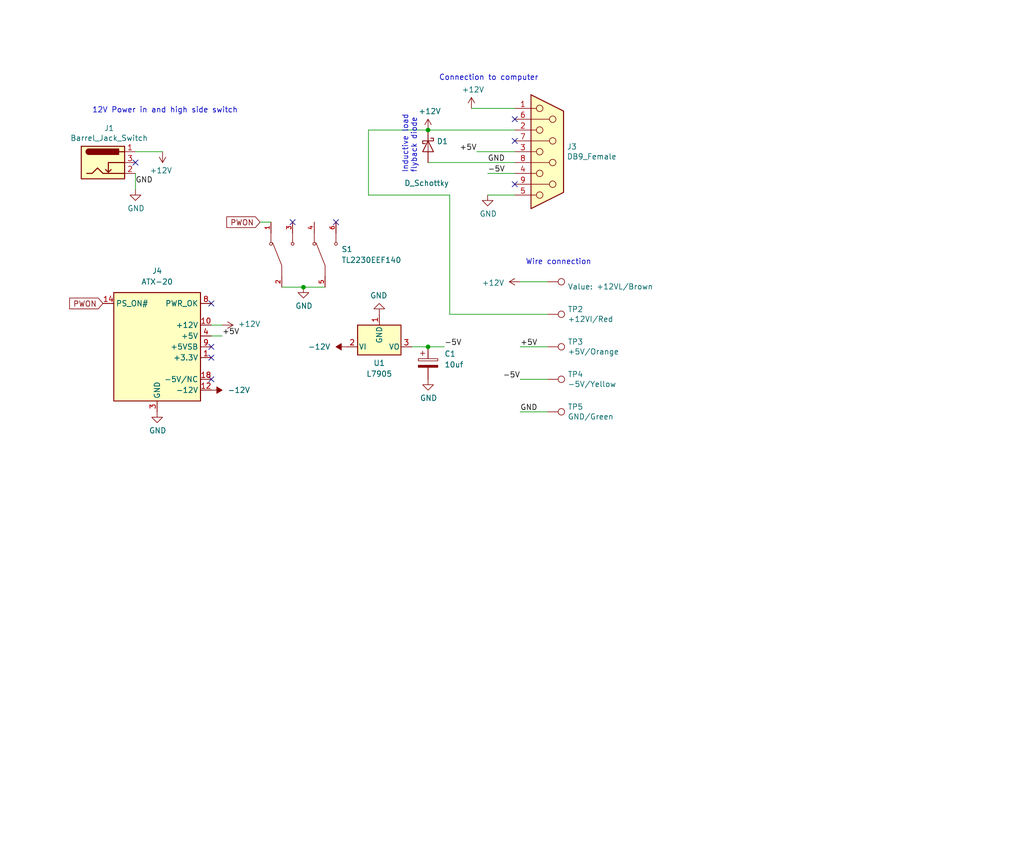
<source format=kicad_sch>
(kicad_sch
	(version 20231120)
	(generator "eeschema")
	(generator_version "8.0")
	(uuid "6475547d-3216-45a4-a15c-48314f1dd0f9")
	(paper "User" 240.005 200.381)
	(title_block
		(title "Adam PicoPSU")
		(date "2025-01-08")
		(rev "1")
		(company "Andrea Ottaviani")
	)
	(lib_symbols
		(symbol "Connector:ATX-20"
			(exclude_from_sim no)
			(in_bom yes)
			(on_board yes)
			(property "Reference" "J"
				(at -8.89 13.97 0)
				(effects
					(font
						(size 1.27 1.27)
					)
				)
			)
			(property "Value" "ATX-20"
				(at 6.35 13.97 0)
				(effects
					(font
						(size 1.27 1.27)
					)
				)
			)
			(property "Footprint" ""
				(at 0 -2.54 0)
				(effects
					(font
						(size 1.27 1.27)
					)
					(hide yes)
				)
			)
			(property "Datasheet" "https://web.aub.edu.lb/pub/docs/atx_201.pdf#page=20"
				(at 27.94 -13.97 0)
				(effects
					(font
						(size 1.27 1.27)
					)
					(hide yes)
				)
			)
			(property "Description" "ATX Power supply 20pins"
				(at 0 0 0)
				(effects
					(font
						(size 1.27 1.27)
					)
					(hide yes)
				)
			)
			(property "ki_keywords" "ATX PSU"
				(at 0 0 0)
				(effects
					(font
						(size 1.27 1.27)
					)
					(hide yes)
				)
			)
			(property "ki_fp_filters" "*Mini?Fit*2x10*Vertical* *Mini?Fit*2x10*Horizontal*"
				(at 0 0 0)
				(effects
					(font
						(size 1.27 1.27)
					)
					(hide yes)
				)
			)
			(symbol "ATX-20_0_1"
				(rectangle
					(start -10.16 12.7)
					(end 10.16 -12.7)
					(stroke
						(width 0.254)
						(type default)
					)
					(fill
						(type background)
					)
				)
			)
			(symbol "ATX-20_1_1"
				(pin power_out line
					(at 12.7 -2.54 180)
					(length 2.54)
					(name "+3.3V"
						(effects
							(font
								(size 1.27 1.27)
							)
						)
					)
					(number "1"
						(effects
							(font
								(size 1.27 1.27)
							)
						)
					)
				)
				(pin power_out line
					(at 12.7 5.08 180)
					(length 2.54)
					(name "+12V"
						(effects
							(font
								(size 1.27 1.27)
							)
						)
					)
					(number "10"
						(effects
							(font
								(size 1.27 1.27)
							)
						)
					)
				)
				(pin passive line
					(at 12.7 -2.54 180)
					(length 2.54) hide
					(name "+3.3V"
						(effects
							(font
								(size 1.27 1.27)
							)
						)
					)
					(number "11"
						(effects
							(font
								(size 1.27 1.27)
							)
						)
					)
				)
				(pin power_out line
					(at 12.7 -10.16 180)
					(length 2.54)
					(name "-12V"
						(effects
							(font
								(size 1.27 1.27)
							)
						)
					)
					(number "12"
						(effects
							(font
								(size 1.27 1.27)
							)
						)
					)
				)
				(pin passive line
					(at 0 -15.24 90)
					(length 2.54) hide
					(name "GND"
						(effects
							(font
								(size 1.27 1.27)
							)
						)
					)
					(number "13"
						(effects
							(font
								(size 1.27 1.27)
							)
						)
					)
				)
				(pin open_collector line
					(at -12.7 10.16 0)
					(length 2.54)
					(name "PS_ON#"
						(effects
							(font
								(size 1.27 1.27)
							)
						)
					)
					(number "14"
						(effects
							(font
								(size 1.27 1.27)
							)
						)
					)
				)
				(pin passive line
					(at 0 -15.24 90)
					(length 2.54) hide
					(name "GND"
						(effects
							(font
								(size 1.27 1.27)
							)
						)
					)
					(number "15"
						(effects
							(font
								(size 1.27 1.27)
							)
						)
					)
				)
				(pin passive line
					(at 0 -15.24 90)
					(length 2.54) hide
					(name "GND"
						(effects
							(font
								(size 1.27 1.27)
							)
						)
					)
					(number "16"
						(effects
							(font
								(size 1.27 1.27)
							)
						)
					)
				)
				(pin passive line
					(at 0 -15.24 90)
					(length 2.54) hide
					(name "GND"
						(effects
							(font
								(size 1.27 1.27)
							)
						)
					)
					(number "17"
						(effects
							(font
								(size 1.27 1.27)
							)
						)
					)
				)
				(pin power_out line
					(at 12.7 -7.62 180)
					(length 2.54)
					(name "-5V/NC"
						(effects
							(font
								(size 1.27 1.27)
							)
						)
					)
					(number "18"
						(effects
							(font
								(size 1.27 1.27)
							)
						)
					)
				)
				(pin passive line
					(at 12.7 2.54 180)
					(length 2.54) hide
					(name "+5V"
						(effects
							(font
								(size 1.27 1.27)
							)
						)
					)
					(number "19"
						(effects
							(font
								(size 1.27 1.27)
							)
						)
					)
				)
				(pin passive line
					(at 12.7 -2.54 180)
					(length 2.54) hide
					(name "+3.3V"
						(effects
							(font
								(size 1.27 1.27)
							)
						)
					)
					(number "2"
						(effects
							(font
								(size 1.27 1.27)
							)
						)
					)
				)
				(pin passive line
					(at 12.7 2.54 180)
					(length 2.54) hide
					(name "+5V"
						(effects
							(font
								(size 1.27 1.27)
							)
						)
					)
					(number "20"
						(effects
							(font
								(size 1.27 1.27)
							)
						)
					)
				)
				(pin power_out line
					(at 0 -15.24 90)
					(length 2.54)
					(name "GND"
						(effects
							(font
								(size 1.27 1.27)
							)
						)
					)
					(number "3"
						(effects
							(font
								(size 1.27 1.27)
							)
						)
					)
				)
				(pin power_out line
					(at 12.7 2.54 180)
					(length 2.54)
					(name "+5V"
						(effects
							(font
								(size 1.27 1.27)
							)
						)
					)
					(number "4"
						(effects
							(font
								(size 1.27 1.27)
							)
						)
					)
				)
				(pin passive line
					(at 0 -15.24 90)
					(length 2.54) hide
					(name "GND"
						(effects
							(font
								(size 1.27 1.27)
							)
						)
					)
					(number "5"
						(effects
							(font
								(size 1.27 1.27)
							)
						)
					)
				)
				(pin passive line
					(at 12.7 2.54 180)
					(length 2.54) hide
					(name "+5V"
						(effects
							(font
								(size 1.27 1.27)
							)
						)
					)
					(number "6"
						(effects
							(font
								(size 1.27 1.27)
							)
						)
					)
				)
				(pin passive line
					(at 0 -15.24 90)
					(length 2.54) hide
					(name "GND"
						(effects
							(font
								(size 1.27 1.27)
							)
						)
					)
					(number "7"
						(effects
							(font
								(size 1.27 1.27)
							)
						)
					)
				)
				(pin output line
					(at 12.7 10.16 180)
					(length 2.54)
					(name "PWR_OK"
						(effects
							(font
								(size 1.27 1.27)
							)
						)
					)
					(number "8"
						(effects
							(font
								(size 1.27 1.27)
							)
						)
					)
				)
				(pin power_out line
					(at 12.7 0 180)
					(length 2.54)
					(name "+5VSB"
						(effects
							(font
								(size 1.27 1.27)
							)
						)
					)
					(number "9"
						(effects
							(font
								(size 1.27 1.27)
							)
						)
					)
				)
			)
		)
		(symbol "Connector:TestPoint"
			(pin_numbers hide)
			(pin_names
				(offset 0.762) hide)
			(exclude_from_sim no)
			(in_bom yes)
			(on_board yes)
			(property "Reference" "TP"
				(at 0 6.858 0)
				(effects
					(font
						(size 1.27 1.27)
					)
				)
			)
			(property "Value" "TestPoint"
				(at 0 5.08 0)
				(effects
					(font
						(size 1.27 1.27)
					)
				)
			)
			(property "Footprint" ""
				(at 5.08 0 0)
				(effects
					(font
						(size 1.27 1.27)
					)
					(hide yes)
				)
			)
			(property "Datasheet" "~"
				(at 5.08 0 0)
				(effects
					(font
						(size 1.27 1.27)
					)
					(hide yes)
				)
			)
			(property "Description" "test point"
				(at 0 0 0)
				(effects
					(font
						(size 1.27 1.27)
					)
					(hide yes)
				)
			)
			(property "ki_keywords" "test point tp"
				(at 0 0 0)
				(effects
					(font
						(size 1.27 1.27)
					)
					(hide yes)
				)
			)
			(property "ki_fp_filters" "Pin* Test*"
				(at 0 0 0)
				(effects
					(font
						(size 1.27 1.27)
					)
					(hide yes)
				)
			)
			(symbol "TestPoint_0_1"
				(circle
					(center 0 3.302)
					(radius 0.762)
					(stroke
						(width 0)
						(type default)
					)
					(fill
						(type none)
					)
				)
			)
			(symbol "TestPoint_1_1"
				(pin passive line
					(at 0 0 90)
					(length 2.54)
					(name "1"
						(effects
							(font
								(size 1.27 1.27)
							)
						)
					)
					(number "1"
						(effects
							(font
								(size 1.27 1.27)
							)
						)
					)
				)
			)
		)
		(symbol "Device:C_Polarized"
			(pin_numbers hide)
			(pin_names
				(offset 0.254)
			)
			(exclude_from_sim no)
			(in_bom yes)
			(on_board yes)
			(property "Reference" "C"
				(at 0.635 2.54 0)
				(effects
					(font
						(size 1.27 1.27)
					)
					(justify left)
				)
			)
			(property "Value" "C_Polarized"
				(at 0.635 -2.54 0)
				(effects
					(font
						(size 1.27 1.27)
					)
					(justify left)
				)
			)
			(property "Footprint" ""
				(at 0.9652 -3.81 0)
				(effects
					(font
						(size 1.27 1.27)
					)
					(hide yes)
				)
			)
			(property "Datasheet" "~"
				(at 0 0 0)
				(effects
					(font
						(size 1.27 1.27)
					)
					(hide yes)
				)
			)
			(property "Description" "Polarized capacitor"
				(at 0 0 0)
				(effects
					(font
						(size 1.27 1.27)
					)
					(hide yes)
				)
			)
			(property "ki_keywords" "cap capacitor"
				(at 0 0 0)
				(effects
					(font
						(size 1.27 1.27)
					)
					(hide yes)
				)
			)
			(property "ki_fp_filters" "CP_*"
				(at 0 0 0)
				(effects
					(font
						(size 1.27 1.27)
					)
					(hide yes)
				)
			)
			(symbol "C_Polarized_0_1"
				(rectangle
					(start -2.286 0.508)
					(end 2.286 1.016)
					(stroke
						(width 0)
						(type default)
					)
					(fill
						(type none)
					)
				)
				(polyline
					(pts
						(xy -1.778 2.286) (xy -0.762 2.286)
					)
					(stroke
						(width 0)
						(type default)
					)
					(fill
						(type none)
					)
				)
				(polyline
					(pts
						(xy -1.27 2.794) (xy -1.27 1.778)
					)
					(stroke
						(width 0)
						(type default)
					)
					(fill
						(type none)
					)
				)
				(rectangle
					(start 2.286 -0.508)
					(end -2.286 -1.016)
					(stroke
						(width 0)
						(type default)
					)
					(fill
						(type outline)
					)
				)
			)
			(symbol "C_Polarized_1_1"
				(pin passive line
					(at 0 3.81 270)
					(length 2.794)
					(name "~"
						(effects
							(font
								(size 1.27 1.27)
							)
						)
					)
					(number "1"
						(effects
							(font
								(size 1.27 1.27)
							)
						)
					)
				)
				(pin passive line
					(at 0 -3.81 90)
					(length 2.794)
					(name "~"
						(effects
							(font
								(size 1.27 1.27)
							)
						)
					)
					(number "2"
						(effects
							(font
								(size 1.27 1.27)
							)
						)
					)
				)
			)
		)
		(symbol "Regulator_Linear:L7905"
			(pin_names
				(offset 0.254)
			)
			(exclude_from_sim no)
			(in_bom yes)
			(on_board yes)
			(property "Reference" "U"
				(at -3.81 -3.175 0)
				(effects
					(font
						(size 1.27 1.27)
					)
				)
			)
			(property "Value" "L7905"
				(at 0 -3.175 0)
				(effects
					(font
						(size 1.27 1.27)
					)
					(justify left)
				)
			)
			(property "Footprint" ""
				(at 0 -5.08 0)
				(effects
					(font
						(size 1.27 1.27)
						(italic yes)
					)
					(hide yes)
				)
			)
			(property "Datasheet" "http://www.st.com/content/ccc/resource/technical/document/datasheet/c9/16/86/41/c7/2b/45/f2/CD00000450.pdf/files/CD00000450.pdf/jcr:content/translations/en.CD00000450.pdf"
				(at 0 0 0)
				(effects
					(font
						(size 1.27 1.27)
					)
					(hide yes)
				)
			)
			(property "Description" "Negative 1.5A 35V Linear Regulator, Fixed Output -5V, TO-220/TO-263"
				(at 0 0 0)
				(effects
					(font
						(size 1.27 1.27)
					)
					(hide yes)
				)
			)
			(property "ki_keywords" "Voltage Regulator 1.5A Negative"
				(at 0 0 0)
				(effects
					(font
						(size 1.27 1.27)
					)
					(hide yes)
				)
			)
			(property "ki_fp_filters" "TO?220* TO?263*"
				(at 0 0 0)
				(effects
					(font
						(size 1.27 1.27)
					)
					(hide yes)
				)
			)
			(symbol "L7905_0_1"
				(rectangle
					(start -5.08 5.08)
					(end 5.08 -1.905)
					(stroke
						(width 0.254)
						(type default)
					)
					(fill
						(type background)
					)
				)
			)
			(symbol "L7905_1_1"
				(pin power_in line
					(at 0 7.62 270)
					(length 2.54)
					(name "GND"
						(effects
							(font
								(size 1.27 1.27)
							)
						)
					)
					(number "1"
						(effects
							(font
								(size 1.27 1.27)
							)
						)
					)
				)
				(pin power_in line
					(at -7.62 0 0)
					(length 2.54)
					(name "VI"
						(effects
							(font
								(size 1.27 1.27)
							)
						)
					)
					(number "2"
						(effects
							(font
								(size 1.27 1.27)
							)
						)
					)
				)
				(pin power_out line
					(at 7.62 0 180)
					(length 2.54)
					(name "VO"
						(effects
							(font
								(size 1.27 1.27)
							)
						)
					)
					(number "3"
						(effects
							(font
								(size 1.27 1.27)
							)
						)
					)
				)
			)
		)
		(symbol "TL2230EEF140:TL2230EEF140"
			(pin_names
				(offset 1.016)
			)
			(exclude_from_sim no)
			(in_bom yes)
			(on_board yes)
			(property "Reference" "S"
				(at -2.54 10.16 0)
				(effects
					(font
						(size 1.27 1.27)
					)
					(justify left bottom)
				)
			)
			(property "Value" "TL2230EEF140"
				(at -2.54 -10.16 0)
				(effects
					(font
						(size 1.27 1.27)
					)
					(justify left top)
				)
			)
			(property "Footprint" "TL2230EEF140:SW_TL2230EEF140"
				(at 0 0 0)
				(effects
					(font
						(size 1.27 1.27)
					)
					(justify bottom)
					(hide yes)
				)
			)
			(property "Datasheet" ""
				(at 0 0 0)
				(effects
					(font
						(size 1.27 1.27)
					)
					(hide yes)
				)
			)
			(property "Description" ""
				(at 0 0 0)
				(effects
					(font
						(size 1.27 1.27)
					)
					(hide yes)
				)
			)
			(property "PARTREV" "E"
				(at 0 0 0)
				(effects
					(font
						(size 1.27 1.27)
					)
					(justify bottom)
					(hide yes)
				)
			)
			(property "SNAPEDA_PN" "TL2230EEF140"
				(at 0 0 0)
				(effects
					(font
						(size 1.27 1.27)
					)
					(justify bottom)
					(hide yes)
				)
			)
			(property "STANDARD" "Manufacturer Recommendations"
				(at 0 0 0)
				(effects
					(font
						(size 1.27 1.27)
					)
					(justify bottom)
					(hide yes)
				)
			)
			(property "MAXIMUM_PACKAGE_HEIGHT" "12.5 mm"
				(at 0 0 0)
				(effects
					(font
						(size 1.27 1.27)
					)
					(justify bottom)
					(hide yes)
				)
			)
			(property "MANUFACTURER" "E-Switch"
				(at 0 0 0)
				(effects
					(font
						(size 1.27 1.27)
					)
					(justify bottom)
					(hide yes)
				)
			)
			(symbol "TL2230EEF140_0_0"
				(polyline
					(pts
						(xy -2.54 -5.08) (xy -5.08 -5.08)
					)
					(stroke
						(width 0.1524)
						(type default)
					)
					(fill
						(type none)
					)
				)
				(polyline
					(pts
						(xy -2.54 -5.08) (xy 2.794 -2.9464)
					)
					(stroke
						(width 0.1524)
						(type default)
					)
					(fill
						(type none)
					)
				)
				(polyline
					(pts
						(xy -2.54 5.08) (xy -5.08 5.08)
					)
					(stroke
						(width 0.1524)
						(type default)
					)
					(fill
						(type none)
					)
				)
				(polyline
					(pts
						(xy -2.54 5.08) (xy 2.794 7.2136)
					)
					(stroke
						(width 0.1524)
						(type default)
					)
					(fill
						(type none)
					)
				)
				(polyline
					(pts
						(xy 5.08 -7.62) (xy 2.921 -7.62)
					)
					(stroke
						(width 0.1524)
						(type default)
					)
					(fill
						(type none)
					)
				)
				(polyline
					(pts
						(xy 5.08 -2.54) (xy 2.921 -2.54)
					)
					(stroke
						(width 0.1524)
						(type default)
					)
					(fill
						(type none)
					)
				)
				(polyline
					(pts
						(xy 5.08 2.54) (xy 2.921 2.54)
					)
					(stroke
						(width 0.1524)
						(type default)
					)
					(fill
						(type none)
					)
				)
				(polyline
					(pts
						(xy 5.08 7.62) (xy 2.921 7.62)
					)
					(stroke
						(width 0.1524)
						(type default)
					)
					(fill
						(type none)
					)
				)
				(circle
					(center 2.54 -7.62)
					(radius 0.3302)
					(stroke
						(width 0.1524)
						(type default)
					)
					(fill
						(type none)
					)
				)
				(circle
					(center 2.54 -2.54)
					(radius 0.3302)
					(stroke
						(width 0.1524)
						(type default)
					)
					(fill
						(type none)
					)
				)
				(circle
					(center 2.54 2.54)
					(radius 0.3302)
					(stroke
						(width 0.1524)
						(type default)
					)
					(fill
						(type none)
					)
				)
				(circle
					(center 2.54 7.62)
					(radius 0.3302)
					(stroke
						(width 0.1524)
						(type default)
					)
					(fill
						(type none)
					)
				)
				(pin passive line
					(at 7.62 7.62 180)
					(length 2.54)
					(name "~"
						(effects
							(font
								(size 1.016 1.016)
							)
						)
					)
					(number "1"
						(effects
							(font
								(size 1.016 1.016)
							)
						)
					)
				)
				(pin passive line
					(at -7.62 5.08 0)
					(length 2.54)
					(name "~"
						(effects
							(font
								(size 1.016 1.016)
							)
						)
					)
					(number "2"
						(effects
							(font
								(size 1.016 1.016)
							)
						)
					)
				)
				(pin passive line
					(at 7.62 2.54 180)
					(length 2.54)
					(name "~"
						(effects
							(font
								(size 1.016 1.016)
							)
						)
					)
					(number "3"
						(effects
							(font
								(size 1.016 1.016)
							)
						)
					)
				)
				(pin passive line
					(at 7.62 -2.54 180)
					(length 2.54)
					(name "~"
						(effects
							(font
								(size 1.016 1.016)
							)
						)
					)
					(number "4"
						(effects
							(font
								(size 1.016 1.016)
							)
						)
					)
				)
				(pin passive line
					(at -7.62 -5.08 0)
					(length 2.54)
					(name "~"
						(effects
							(font
								(size 1.016 1.016)
							)
						)
					)
					(number "5"
						(effects
							(font
								(size 1.016 1.016)
							)
						)
					)
				)
				(pin passive line
					(at 7.62 -7.62 180)
					(length 2.54)
					(name "~"
						(effects
							(font
								(size 1.016 1.016)
							)
						)
					)
					(number "6"
						(effects
							(font
								(size 1.016 1.016)
							)
						)
					)
				)
			)
		)
		(symbol "adampsu-rescue:+12V-power"
			(power)
			(pin_names
				(offset 0)
			)
			(exclude_from_sim no)
			(in_bom yes)
			(on_board yes)
			(property "Reference" "#PWR"
				(at 0 -3.81 0)
				(effects
					(font
						(size 1.27 1.27)
					)
					(hide yes)
				)
			)
			(property "Value" "+12V-power"
				(at 0 3.556 0)
				(effects
					(font
						(size 1.27 1.27)
					)
				)
			)
			(property "Footprint" ""
				(at 0 0 0)
				(effects
					(font
						(size 1.27 1.27)
					)
					(hide yes)
				)
			)
			(property "Datasheet" ""
				(at 0 0 0)
				(effects
					(font
						(size 1.27 1.27)
					)
					(hide yes)
				)
			)
			(property "Description" ""
				(at 0 0 0)
				(effects
					(font
						(size 1.27 1.27)
					)
					(hide yes)
				)
			)
			(symbol "+12V-power_0_1"
				(polyline
					(pts
						(xy -0.762 1.27) (xy 0 2.54)
					)
					(stroke
						(width 0)
						(type solid)
					)
					(fill
						(type none)
					)
				)
				(polyline
					(pts
						(xy 0 0) (xy 0 2.54)
					)
					(stroke
						(width 0)
						(type solid)
					)
					(fill
						(type none)
					)
				)
				(polyline
					(pts
						(xy 0 2.54) (xy 0.762 1.27)
					)
					(stroke
						(width 0)
						(type solid)
					)
					(fill
						(type none)
					)
				)
			)
			(symbol "+12V-power_1_1"
				(pin power_in line
					(at 0 0 90)
					(length 0) hide
					(name "+12V"
						(effects
							(font
								(size 1.27 1.27)
							)
						)
					)
					(number "1"
						(effects
							(font
								(size 1.27 1.27)
							)
						)
					)
				)
			)
		)
		(symbol "adampsu-rescue:B240-Diode"
			(pin_numbers hide)
			(pin_names
				(offset 1.016) hide)
			(exclude_from_sim no)
			(in_bom yes)
			(on_board yes)
			(property "Reference" "D"
				(at 0 2.54 0)
				(effects
					(font
						(size 1.27 1.27)
					)
				)
			)
			(property "Value" "B240-Diode"
				(at 0 -2.54 0)
				(effects
					(font
						(size 1.27 1.27)
					)
				)
			)
			(property "Footprint" "Diode_SMD:D_SMB"
				(at 0 -4.445 0)
				(effects
					(font
						(size 1.27 1.27)
					)
					(hide yes)
				)
			)
			(property "Datasheet" ""
				(at 0 0 0)
				(effects
					(font
						(size 1.27 1.27)
					)
					(hide yes)
				)
			)
			(property "Description" ""
				(at 0 0 0)
				(effects
					(font
						(size 1.27 1.27)
					)
					(hide yes)
				)
			)
			(property "ki_fp_filters" "D*SMB*"
				(at 0 0 0)
				(effects
					(font
						(size 1.27 1.27)
					)
					(hide yes)
				)
			)
			(symbol "B240-Diode_0_1"
				(polyline
					(pts
						(xy 1.27 0) (xy -1.27 0)
					)
					(stroke
						(width 0)
						(type solid)
					)
					(fill
						(type none)
					)
				)
				(polyline
					(pts
						(xy 1.27 1.27) (xy 1.27 -1.27) (xy -1.27 0) (xy 1.27 1.27)
					)
					(stroke
						(width 0.2032)
						(type solid)
					)
					(fill
						(type none)
					)
				)
				(polyline
					(pts
						(xy -1.905 0.635) (xy -1.905 1.27) (xy -1.27 1.27) (xy -1.27 -1.27) (xy -0.635 -1.27) (xy -0.635 -0.635)
					)
					(stroke
						(width 0.2032)
						(type solid)
					)
					(fill
						(type none)
					)
				)
			)
			(symbol "B240-Diode_1_1"
				(pin passive line
					(at -3.81 0 0)
					(length 2.54)
					(name "K"
						(effects
							(font
								(size 1.27 1.27)
							)
						)
					)
					(number "1"
						(effects
							(font
								(size 1.27 1.27)
							)
						)
					)
				)
				(pin passive line
					(at 3.81 0 180)
					(length 2.54)
					(name "A"
						(effects
							(font
								(size 1.27 1.27)
							)
						)
					)
					(number "2"
						(effects
							(font
								(size 1.27 1.27)
							)
						)
					)
				)
			)
		)
		(symbol "adampsu-rescue:Barrel_Jack_Switch-Connector"
			(pin_names hide)
			(exclude_from_sim no)
			(in_bom yes)
			(on_board yes)
			(property "Reference" "J"
				(at 0 5.334 0)
				(effects
					(font
						(size 1.27 1.27)
					)
				)
			)
			(property "Value" "Barrel_Jack_Switch-Connector"
				(at 0 -5.08 0)
				(effects
					(font
						(size 1.27 1.27)
					)
				)
			)
			(property "Footprint" ""
				(at 1.27 -1.016 0)
				(effects
					(font
						(size 1.27 1.27)
					)
					(hide yes)
				)
			)
			(property "Datasheet" ""
				(at 1.27 -1.016 0)
				(effects
					(font
						(size 1.27 1.27)
					)
					(hide yes)
				)
			)
			(property "Description" ""
				(at 0 0 0)
				(effects
					(font
						(size 1.27 1.27)
					)
					(hide yes)
				)
			)
			(property "ki_fp_filters" "BarrelJack*"
				(at 0 0 0)
				(effects
					(font
						(size 1.27 1.27)
					)
					(hide yes)
				)
			)
			(symbol "Barrel_Jack_Switch-Connector_0_1"
				(rectangle
					(start -5.08 3.81)
					(end 5.08 -3.81)
					(stroke
						(width 0.254)
						(type solid)
					)
					(fill
						(type background)
					)
				)
				(arc
					(start -3.302 3.175)
					(mid -3.937 2.54)
					(end -3.302 1.905)
					(stroke
						(width 0.254)
						(type solid)
					)
					(fill
						(type none)
					)
				)
				(arc
					(start -3.302 3.175)
					(mid -3.937 2.54)
					(end -3.302 1.905)
					(stroke
						(width 0.254)
						(type solid)
					)
					(fill
						(type outline)
					)
				)
				(polyline
					(pts
						(xy 1.27 -2.286) (xy 1.905 -1.651)
					)
					(stroke
						(width 0.254)
						(type solid)
					)
					(fill
						(type none)
					)
				)
				(polyline
					(pts
						(xy 5.08 2.54) (xy 3.81 2.54)
					)
					(stroke
						(width 0.254)
						(type solid)
					)
					(fill
						(type none)
					)
				)
				(polyline
					(pts
						(xy 5.08 0) (xy 1.27 0) (xy 1.27 -2.286) (xy 0.635 -1.651)
					)
					(stroke
						(width 0.254)
						(type solid)
					)
					(fill
						(type none)
					)
				)
				(polyline
					(pts
						(xy -3.81 -2.54) (xy -2.54 -2.54) (xy -1.27 -1.27) (xy 0 -2.54) (xy 2.54 -2.54) (xy 5.08 -2.54)
					)
					(stroke
						(width 0.254)
						(type solid)
					)
					(fill
						(type none)
					)
				)
				(rectangle
					(start 3.683 3.175)
					(end -3.302 1.905)
					(stroke
						(width 0.254)
						(type solid)
					)
					(fill
						(type outline)
					)
				)
			)
			(symbol "Barrel_Jack_Switch-Connector_1_1"
				(pin passive line
					(at 7.62 2.54 180)
					(length 2.54)
					(name "~"
						(effects
							(font
								(size 1.27 1.27)
							)
						)
					)
					(number "1"
						(effects
							(font
								(size 1.27 1.27)
							)
						)
					)
				)
				(pin passive line
					(at 7.62 -2.54 180)
					(length 2.54)
					(name "~"
						(effects
							(font
								(size 1.27 1.27)
							)
						)
					)
					(number "2"
						(effects
							(font
								(size 1.27 1.27)
							)
						)
					)
				)
				(pin passive line
					(at 7.62 0 180)
					(length 2.54)
					(name "~"
						(effects
							(font
								(size 1.27 1.27)
							)
						)
					)
					(number "3"
						(effects
							(font
								(size 1.27 1.27)
							)
						)
					)
				)
			)
		)
		(symbol "adampsu-rescue:DB9_Female-Connector"
			(pin_names
				(offset 1.016) hide)
			(exclude_from_sim no)
			(in_bom yes)
			(on_board yes)
			(property "Reference" "J"
				(at 0 13.97 0)
				(effects
					(font
						(size 1.27 1.27)
					)
				)
			)
			(property "Value" "DB9_Female-Connector"
				(at 0 -14.605 0)
				(effects
					(font
						(size 1.27 1.27)
					)
				)
			)
			(property "Footprint" ""
				(at 0 0 0)
				(effects
					(font
						(size 1.27 1.27)
					)
					(hide yes)
				)
			)
			(property "Datasheet" ""
				(at 0 0 0)
				(effects
					(font
						(size 1.27 1.27)
					)
					(hide yes)
				)
			)
			(property "Description" ""
				(at 0 0 0)
				(effects
					(font
						(size 1.27 1.27)
					)
					(hide yes)
				)
			)
			(property "ki_fp_filters" "DSUB*Female*"
				(at 0 0 0)
				(effects
					(font
						(size 1.27 1.27)
					)
					(hide yes)
				)
			)
			(symbol "DB9_Female-Connector_0_1"
				(circle
					(center -1.778 -10.16)
					(radius 0.762)
					(stroke
						(width 0)
						(type solid)
					)
					(fill
						(type none)
					)
				)
				(circle
					(center -1.778 -5.08)
					(radius 0.762)
					(stroke
						(width 0)
						(type solid)
					)
					(fill
						(type none)
					)
				)
				(circle
					(center -1.778 0)
					(radius 0.762)
					(stroke
						(width 0)
						(type solid)
					)
					(fill
						(type none)
					)
				)
				(circle
					(center -1.778 5.08)
					(radius 0.762)
					(stroke
						(width 0)
						(type solid)
					)
					(fill
						(type none)
					)
				)
				(circle
					(center -1.778 10.16)
					(radius 0.762)
					(stroke
						(width 0)
						(type solid)
					)
					(fill
						(type none)
					)
				)
				(polyline
					(pts
						(xy -3.81 -10.16) (xy -2.54 -10.16)
					)
					(stroke
						(width 0)
						(type solid)
					)
					(fill
						(type none)
					)
				)
				(polyline
					(pts
						(xy -3.81 -7.62) (xy 0.508 -7.62)
					)
					(stroke
						(width 0)
						(type solid)
					)
					(fill
						(type none)
					)
				)
				(polyline
					(pts
						(xy -3.81 -5.08) (xy -2.54 -5.08)
					)
					(stroke
						(width 0)
						(type solid)
					)
					(fill
						(type none)
					)
				)
				(polyline
					(pts
						(xy -3.81 -2.54) (xy 0.508 -2.54)
					)
					(stroke
						(width 0)
						(type solid)
					)
					(fill
						(type none)
					)
				)
				(polyline
					(pts
						(xy -3.81 0) (xy -2.54 0)
					)
					(stroke
						(width 0)
						(type solid)
					)
					(fill
						(type none)
					)
				)
				(polyline
					(pts
						(xy -3.81 2.54) (xy 0.508 2.54)
					)
					(stroke
						(width 0)
						(type solid)
					)
					(fill
						(type none)
					)
				)
				(polyline
					(pts
						(xy -3.81 5.08) (xy -2.54 5.08)
					)
					(stroke
						(width 0)
						(type solid)
					)
					(fill
						(type none)
					)
				)
				(polyline
					(pts
						(xy -3.81 7.62) (xy 0.508 7.62)
					)
					(stroke
						(width 0)
						(type solid)
					)
					(fill
						(type none)
					)
				)
				(polyline
					(pts
						(xy -3.81 10.16) (xy -2.54 10.16)
					)
					(stroke
						(width 0)
						(type solid)
					)
					(fill
						(type none)
					)
				)
				(polyline
					(pts
						(xy -3.81 13.335) (xy -3.81 -13.335) (xy 3.81 -9.525) (xy 3.81 9.525) (xy -3.81 13.335)
					)
					(stroke
						(width 0.254)
						(type solid)
					)
					(fill
						(type background)
					)
				)
				(circle
					(center 1.27 -7.62)
					(radius 0.762)
					(stroke
						(width 0)
						(type solid)
					)
					(fill
						(type none)
					)
				)
				(circle
					(center 1.27 -2.54)
					(radius 0.762)
					(stroke
						(width 0)
						(type solid)
					)
					(fill
						(type none)
					)
				)
				(circle
					(center 1.27 2.54)
					(radius 0.762)
					(stroke
						(width 0)
						(type solid)
					)
					(fill
						(type none)
					)
				)
				(circle
					(center 1.27 7.62)
					(radius 0.762)
					(stroke
						(width 0)
						(type solid)
					)
					(fill
						(type none)
					)
				)
			)
			(symbol "DB9_Female-Connector_1_1"
				(pin passive line
					(at -7.62 10.16 0)
					(length 3.81)
					(name "1"
						(effects
							(font
								(size 1.27 1.27)
							)
						)
					)
					(number "1"
						(effects
							(font
								(size 1.27 1.27)
							)
						)
					)
				)
				(pin passive line
					(at -7.62 5.08 0)
					(length 3.81)
					(name "2"
						(effects
							(font
								(size 1.27 1.27)
							)
						)
					)
					(number "2"
						(effects
							(font
								(size 1.27 1.27)
							)
						)
					)
				)
				(pin passive line
					(at -7.62 0 0)
					(length 3.81)
					(name "3"
						(effects
							(font
								(size 1.27 1.27)
							)
						)
					)
					(number "3"
						(effects
							(font
								(size 1.27 1.27)
							)
						)
					)
				)
				(pin passive line
					(at -7.62 -5.08 0)
					(length 3.81)
					(name "4"
						(effects
							(font
								(size 1.27 1.27)
							)
						)
					)
					(number "4"
						(effects
							(font
								(size 1.27 1.27)
							)
						)
					)
				)
				(pin passive line
					(at -7.62 -10.16 0)
					(length 3.81)
					(name "5"
						(effects
							(font
								(size 1.27 1.27)
							)
						)
					)
					(number "5"
						(effects
							(font
								(size 1.27 1.27)
							)
						)
					)
				)
				(pin passive line
					(at -7.62 7.62 0)
					(length 3.81)
					(name "6"
						(effects
							(font
								(size 1.27 1.27)
							)
						)
					)
					(number "6"
						(effects
							(font
								(size 1.27 1.27)
							)
						)
					)
				)
				(pin passive line
					(at -7.62 2.54 0)
					(length 3.81)
					(name "7"
						(effects
							(font
								(size 1.27 1.27)
							)
						)
					)
					(number "7"
						(effects
							(font
								(size 1.27 1.27)
							)
						)
					)
				)
				(pin passive line
					(at -7.62 -2.54 0)
					(length 3.81)
					(name "8"
						(effects
							(font
								(size 1.27 1.27)
							)
						)
					)
					(number "8"
						(effects
							(font
								(size 1.27 1.27)
							)
						)
					)
				)
				(pin passive line
					(at -7.62 -7.62 0)
					(length 3.81)
					(name "9"
						(effects
							(font
								(size 1.27 1.27)
							)
						)
					)
					(number "9"
						(effects
							(font
								(size 1.27 1.27)
							)
						)
					)
				)
			)
		)
		(symbol "adampsu-rescue:GND-power"
			(power)
			(pin_names
				(offset 0)
			)
			(exclude_from_sim no)
			(in_bom yes)
			(on_board yes)
			(property "Reference" "#PWR"
				(at 0 -6.35 0)
				(effects
					(font
						(size 1.27 1.27)
					)
					(hide yes)
				)
			)
			(property "Value" "GND-power"
				(at 0 -3.81 0)
				(effects
					(font
						(size 1.27 1.27)
					)
				)
			)
			(property "Footprint" ""
				(at 0 0 0)
				(effects
					(font
						(size 1.27 1.27)
					)
					(hide yes)
				)
			)
			(property "Datasheet" ""
				(at 0 0 0)
				(effects
					(font
						(size 1.27 1.27)
					)
					(hide yes)
				)
			)
			(property "Description" ""
				(at 0 0 0)
				(effects
					(font
						(size 1.27 1.27)
					)
					(hide yes)
				)
			)
			(symbol "GND-power_0_1"
				(polyline
					(pts
						(xy 0 0) (xy 0 -1.27) (xy 1.27 -1.27) (xy 0 -2.54) (xy -1.27 -1.27) (xy 0 -1.27)
					)
					(stroke
						(width 0)
						(type solid)
					)
					(fill
						(type none)
					)
				)
			)
			(symbol "GND-power_1_1"
				(pin power_in line
					(at 0 0 270)
					(length 0) hide
					(name "GND"
						(effects
							(font
								(size 1.27 1.27)
							)
						)
					)
					(number "1"
						(effects
							(font
								(size 1.27 1.27)
							)
						)
					)
				)
			)
		)
		(symbol "power:-12V"
			(power)
			(pin_numbers hide)
			(pin_names
				(offset 0) hide)
			(exclude_from_sim no)
			(in_bom yes)
			(on_board yes)
			(property "Reference" "#PWR"
				(at 0 -3.81 0)
				(effects
					(font
						(size 1.27 1.27)
					)
					(hide yes)
				)
			)
			(property "Value" "-12V"
				(at 0 3.556 0)
				(effects
					(font
						(size 1.27 1.27)
					)
				)
			)
			(property "Footprint" ""
				(at 0 0 0)
				(effects
					(font
						(size 1.27 1.27)
					)
					(hide yes)
				)
			)
			(property "Datasheet" ""
				(at 0 0 0)
				(effects
					(font
						(size 1.27 1.27)
					)
					(hide yes)
				)
			)
			(property "Description" "Power symbol creates a global label with name \"-12V\""
				(at 0 0 0)
				(effects
					(font
						(size 1.27 1.27)
					)
					(hide yes)
				)
			)
			(property "ki_keywords" "global power"
				(at 0 0 0)
				(effects
					(font
						(size 1.27 1.27)
					)
					(hide yes)
				)
			)
			(symbol "-12V_0_0"
				(pin power_in line
					(at 0 0 90)
					(length 0)
					(name "~"
						(effects
							(font
								(size 1.27 1.27)
							)
						)
					)
					(number "1"
						(effects
							(font
								(size 1.27 1.27)
							)
						)
					)
				)
			)
			(symbol "-12V_0_1"
				(polyline
					(pts
						(xy 0 0) (xy 0 1.27) (xy 0.762 1.27) (xy 0 2.54) (xy -0.762 1.27) (xy 0 1.27)
					)
					(stroke
						(width 0)
						(type default)
					)
					(fill
						(type outline)
					)
				)
			)
		)
	)
	(junction
		(at 71.12 67.31)
		(diameter 0)
		(color 0 0 0 0)
		(uuid "5242cde8-4b2d-4253-bba0-8058011247b2")
	)
	(junction
		(at 100.33 81.28)
		(diameter 0)
		(color 0 0 0 0)
		(uuid "56dacd9d-ee28-4aa9-8567-96ab522370f1")
	)
	(junction
		(at 100.33 30.48)
		(diameter 0)
		(color 0 0 0 0)
		(uuid "8efee08b-b92e-4ba6-8722-c058e18114fe")
	)
	(no_connect
		(at 120.65 43.18)
		(uuid "0332d6ea-4a3d-47da-9731-f6778535c2dc")
	)
	(no_connect
		(at 49.53 71.12)
		(uuid "25e3a03d-6d1b-49e7-804a-2bcebc30049f")
	)
	(no_connect
		(at 49.53 83.82)
		(uuid "782e31a4-c5ae-49a7-9fd1-7b36a0118b11")
	)
	(no_connect
		(at 31.75 38.1)
		(uuid "871a6bda-1946-4204-8b8f-a12e73692bc4")
	)
	(no_connect
		(at 78.74 52.07)
		(uuid "8ed39b47-5b6d-4d07-888b-985d409fe264")
	)
	(no_connect
		(at 49.53 88.9)
		(uuid "94520a11-c737-4bc4-ade7-1d8890a098df")
	)
	(no_connect
		(at 68.58 52.07)
		(uuid "b31b3e38-8f62-470a-b56f-106481b5c840")
	)
	(no_connect
		(at 49.53 81.28)
		(uuid "b6608132-0188-4773-9e28-410763244109")
	)
	(no_connect
		(at 120.65 27.94)
		(uuid "dbab449f-9d61-45ca-8445-29025acf0b3d")
	)
	(no_connect
		(at 120.65 33.02)
		(uuid "f71d37fc-13c3-4ec1-9c9e-15b1c1e617f4")
	)
	(wire
		(pts
			(xy 120.65 45.72) (xy 114.3 45.72)
		)
		(stroke
			(width 0)
			(type default)
		)
		(uuid "0755aee5-bc01-4cb5-b830-583289df50a3")
	)
	(wire
		(pts
			(xy 31.75 35.56) (xy 38.1 35.56)
		)
		(stroke
			(width 0)
			(type default)
		)
		(uuid "0e090cd8-82cc-4902-916a-f4062dcb486d")
	)
	(wire
		(pts
			(xy 121.92 66.04) (xy 128.27 66.04)
		)
		(stroke
			(width 0)
			(type default)
		)
		(uuid "16f30510-ebe7-464b-a233-fc305eaf9309")
	)
	(wire
		(pts
			(xy 86.36 45.72) (xy 86.36 30.48)
		)
		(stroke
			(width 0)
			(type default)
		)
		(uuid "2a224295-aa72-4e08-87d5-9d0d9d6fa976")
	)
	(wire
		(pts
			(xy 66.04 67.31) (xy 71.12 67.31)
		)
		(stroke
			(width 0)
			(type default)
		)
		(uuid "2aa176a5-ec08-4bfb-bad6-3485389ab150")
	)
	(wire
		(pts
			(xy 100.33 30.48) (xy 120.65 30.48)
		)
		(stroke
			(width 0)
			(type default)
		)
		(uuid "4f66b314-0f62-4fb6-8c3c-f9c6a75cd3ec")
	)
	(wire
		(pts
			(xy 120.65 40.64) (xy 114.3 40.64)
		)
		(stroke
			(width 0)
			(type default)
		)
		(uuid "4fb21471-41be-4be8-9687-66030f97befc")
	)
	(wire
		(pts
			(xy 111.76 35.56) (xy 120.65 35.56)
		)
		(stroke
			(width 0)
			(type default)
		)
		(uuid "789ca812-3e0c-4a3f-97bc-a916dd9bce80")
	)
	(wire
		(pts
			(xy 105.41 73.66) (xy 105.41 45.72)
		)
		(stroke
			(width 0)
			(type default)
		)
		(uuid "7bb9c8d7-3045-4761-a4ac-c7dd29897aa5")
	)
	(wire
		(pts
			(xy 71.12 67.31) (xy 76.2 67.31)
		)
		(stroke
			(width 0)
			(type default)
		)
		(uuid "83e8f076-8774-4115-9afb-bef8d660e283")
	)
	(wire
		(pts
			(xy 121.92 81.28) (xy 128.27 81.28)
		)
		(stroke
			(width 0)
			(type default)
		)
		(uuid "91cff3a7-cea3-43db-9833-186068b8679e")
	)
	(wire
		(pts
			(xy 121.92 96.52) (xy 128.27 96.52)
		)
		(stroke
			(width 0)
			(type default)
		)
		(uuid "99dfa524-0366-4808-b4e8-328fc38e8656")
	)
	(wire
		(pts
			(xy 100.33 38.1) (xy 120.65 38.1)
		)
		(stroke
			(width 0)
			(type default)
		)
		(uuid "a5cd8da1-8f7f-4f80-bb23-0317de562222")
	)
	(wire
		(pts
			(xy 60.96 52.07) (xy 63.5 52.07)
		)
		(stroke
			(width 0)
			(type default)
		)
		(uuid "aed6f33c-9d20-4bf1-8376-2669edd7616c")
	)
	(wire
		(pts
			(xy 52.07 78.74) (xy 49.53 78.74)
		)
		(stroke
			(width 0)
			(type default)
		)
		(uuid "b584235a-e534-4f83-9f39-537ec572a8e2")
	)
	(wire
		(pts
			(xy 100.33 81.28) (xy 104.14 81.28)
		)
		(stroke
			(width 0)
			(type default)
		)
		(uuid "bcc5f8b7-1d74-4a06-ac95-19f2e3b22e2b")
	)
	(wire
		(pts
			(xy 52.07 76.2) (xy 49.53 76.2)
		)
		(stroke
			(width 0)
			(type default)
		)
		(uuid "bf4533a5-74e3-4905-a16e-4895a9f90321")
	)
	(wire
		(pts
			(xy 105.41 45.72) (xy 86.36 45.72)
		)
		(stroke
			(width 0)
			(type default)
		)
		(uuid "bfc62454-1ab2-4026-a858-6090ec4927c7")
	)
	(wire
		(pts
			(xy 105.41 73.66) (xy 128.27 73.66)
		)
		(stroke
			(width 0)
			(type default)
		)
		(uuid "c145812c-0d3d-47a8-a6c6-3e9347171ea1")
	)
	(wire
		(pts
			(xy 86.36 30.48) (xy 100.33 30.48)
		)
		(stroke
			(width 0)
			(type default)
		)
		(uuid "c8317515-472d-4409-b1c6-e9695adadd44")
	)
	(wire
		(pts
			(xy 31.75 44.45) (xy 31.75 40.64)
		)
		(stroke
			(width 0)
			(type default)
		)
		(uuid "cb24efdd-07c6-4317-9277-131625b065ac")
	)
	(wire
		(pts
			(xy 121.92 88.9) (xy 128.27 88.9)
		)
		(stroke
			(width 0)
			(type default)
		)
		(uuid "eb05de4f-0743-41b3-b310-e9578cb609be")
	)
	(wire
		(pts
			(xy 96.52 81.28) (xy 100.33 81.28)
		)
		(stroke
			(width 0)
			(type default)
		)
		(uuid "f39e5ed0-8506-4ee3-a774-1bc8325038d9")
	)
	(wire
		(pts
			(xy 110.49 25.4) (xy 120.65 25.4)
		)
		(stroke
			(width 0)
			(type default)
		)
		(uuid "f4a8afbe-ed68-4253-959f-6be4d2cbf8c5")
	)
	(text "Wire connection"
		(exclude_from_sim no)
		(at 123.19 62.23 0)
		(effects
			(font
				(size 1.27 1.27)
			)
			(justify left bottom)
		)
		(uuid "1f9ae101-c652-4998-a503-17aedf3d5746")
	)
	(text "Inductive load \nflyback diode"
		(exclude_from_sim no)
		(at 97.79 40.64 90)
		(effects
			(font
				(size 1.27 1.27)
			)
			(justify left bottom)
		)
		(uuid "6ec113ca-7d27-4b14-a180-1e5e2fd1c167")
	)
	(text "12V Power in and high side switch"
		(exclude_from_sim no)
		(at 21.59 26.67 0)
		(effects
			(font
				(size 1.27 1.27)
			)
			(justify left bottom)
		)
		(uuid "bd065eaf-e495-4837-bdb3-129934de1fc7")
	)
	(text "Connection to computer"
		(exclude_from_sim no)
		(at 102.87 19.05 0)
		(effects
			(font
				(size 1.27 1.27)
			)
			(justify left bottom)
		)
		(uuid "e43dbe34-ed17-4e35-a5c7-2f1679b3c415")
	)
	(label "-5V"
		(at 114.3 40.64 0)
		(fields_autoplaced yes)
		(effects
			(font
				(size 1.27 1.27)
			)
			(justify left bottom)
		)
		(uuid "16bd6381-8ac0-4bf2-9dce-ecc20c724b8d")
	)
	(label "GND"
		(at 121.92 96.52 0)
		(fields_autoplaced yes)
		(effects
			(font
				(size 1.27 1.27)
			)
			(justify left bottom)
		)
		(uuid "1fbb0219-551e-409b-a61b-76e8cebdfb9d")
	)
	(label "-5V"
		(at 104.14 81.28 0)
		(fields_autoplaced yes)
		(effects
			(font
				(size 1.27 1.27)
			)
			(justify left bottom)
		)
		(uuid "2308cdf0-c3e1-4189-9631-4a202551cc67")
	)
	(label "+5V"
		(at 52.07 78.74 0)
		(fields_autoplaced yes)
		(effects
			(font
				(size 1.27 1.27)
			)
			(justify left bottom)
		)
		(uuid "30b71a1f-ad36-4da5-be43-70d13e21dca5")
	)
	(label "+5V"
		(at 121.92 81.28 0)
		(fields_autoplaced yes)
		(effects
			(font
				(size 1.27 1.27)
			)
			(justify left bottom)
		)
		(uuid "3c5e5ea9-793d-46e3-86bc-5884c4490dc7")
	)
	(label "GND"
		(at 31.75 43.18 0)
		(fields_autoplaced yes)
		(effects
			(font
				(size 1.27 1.27)
			)
			(justify left bottom)
		)
		(uuid "5bcace5d-edd0-4e19-92d0-835e43cf8eb2")
	)
	(label "-5V"
		(at 121.92 88.9 180)
		(fields_autoplaced yes)
		(effects
			(font
				(size 1.27 1.27)
			)
			(justify right bottom)
		)
		(uuid "7bfba61b-6752-4a45-9ee6-5984dcb15041")
	)
	(label "GND"
		(at 114.3 38.1 0)
		(fields_autoplaced yes)
		(effects
			(font
				(size 1.27 1.27)
			)
			(justify left bottom)
		)
		(uuid "85b7594c-358f-454b-b2ad-dd0b1d67ed76")
	)
	(label "+5V"
		(at 111.76 35.56 180)
		(fields_autoplaced yes)
		(effects
			(font
				(size 1.27 1.27)
			)
			(justify right bottom)
		)
		(uuid "d98903a5-40bc-4f17-b642-44cae365638b")
	)
	(global_label "PWON"
		(shape input)
		(at 24.13 71.12 180)
		(fields_autoplaced yes)
		(effects
			(font
				(size 1.27 1.27)
			)
			(justify right)
		)
		(uuid "5fa35d99-63ab-4905-80eb-9f66ccc4676d")
		(property "Intersheetrefs" "${INTERSHEET_REFS}"
			(at 16.4166 71.12 0)
			(effects
				(font
					(size 1.27 1.27)
				)
				(justify right)
				(hide yes)
			)
		)
	)
	(global_label "PWON"
		(shape input)
		(at 60.96 52.07 180)
		(fields_autoplaced yes)
		(effects
			(font
				(size 1.27 1.27)
			)
			(justify right)
		)
		(uuid "f0148aa6-2d53-4697-973c-d0bc63ed3691")
		(property "Intersheetrefs" "${INTERSHEET_REFS}"
			(at 53.2466 52.07 0)
			(effects
				(font
					(size 1.27 1.27)
				)
				(justify right)
				(hide yes)
			)
		)
	)
	(symbol
		(lib_id "adampsu-rescue:Barrel_Jack_Switch-Connector")
		(at 24.13 38.1 0)
		(unit 1)
		(exclude_from_sim no)
		(in_bom yes)
		(on_board yes)
		(dnp no)
		(uuid "00000000-0000-0000-0000-00005dafbefa")
		(property "Reference" "J1"
			(at 25.5778 30.0482 0)
			(effects
				(font
					(size 1.27 1.27)
				)
			)
		)
		(property "Value" "Barrel_Jack_Switch"
			(at 25.5778 32.3596 0)
			(effects
				(font
					(size 1.27 1.27)
				)
			)
		)
		(property "Footprint" "Connector_BarrelJack:BarrelJack_Horizontal"
			(at 25.4 39.116 0)
			(effects
				(font
					(size 1.27 1.27)
				)
				(hide yes)
			)
		)
		(property "Datasheet" "https://www.cuidevices.com/product/resource/pj-047ah.pdf"
			(at 25.4 39.116 0)
			(effects
				(font
					(size 1.27 1.27)
				)
				(hide yes)
			)
		)
		(property "Description" ""
			(at 24.13 38.1 0)
			(effects
				(font
					(size 1.27 1.27)
				)
				(hide yes)
			)
		)
		(property "dk" "CP-047AH-ND"
			(at 24.13 38.1 0)
			(effects
				(font
					(size 1.27 1.27)
				)
				(hide yes)
			)
		)
		(property "mfr" "PJ-047AH"
			(at 24.13 38.1 0)
			(effects
				(font
					(size 1.27 1.27)
				)
				(hide yes)
			)
		)
		(property "mouser" " 490-PJ-047AH"
			(at 24.13 38.1 0)
			(effects
				(font
					(size 1.27 1.27)
				)
				(hide yes)
			)
		)
		(pin "1"
			(uuid "273a974d-8717-43df-9b6b-172bd9f7bfdb")
		)
		(pin "2"
			(uuid "23817814-9fe9-4379-8f12-673574bf9229")
		)
		(pin "3"
			(uuid "87dc0298-8f0a-4394-93b0-e8f028500011")
		)
		(instances
			(project "adampsu"
				(path "/6475547d-3216-45a4-a15c-48314f1dd0f9"
					(reference "J1")
					(unit 1)
				)
			)
		)
	)
	(symbol
		(lib_id "adampsu-rescue:B240-Diode")
		(at 100.33 34.29 270)
		(unit 1)
		(exclude_from_sim no)
		(in_bom yes)
		(on_board yes)
		(dnp no)
		(uuid "00000000-0000-0000-0000-00005dafd20d")
		(property "Reference" "D1"
			(at 102.3366 33.1216 90)
			(effects
				(font
					(size 1.27 1.27)
				)
				(justify left)
			)
		)
		(property "Value" "D_Schottky"
			(at 94.742 42.926 90)
			(effects
				(font
					(size 1.27 1.27)
				)
				(justify left)
			)
		)
		(property "Footprint" "Diode_THT:D_DO-34_SOD68_P7.62mm_Horizontal"
			(at 95.885 34.29 0)
			(effects
				(font
					(size 1.27 1.27)
				)
				(hide yes)
			)
		)
		(property "Datasheet" "https://www.mouser.com/datasheet/2/916/PMEG4050EP-1320387.pdf"
			(at 100.33 34.29 0)
			(effects
				(font
					(size 1.27 1.27)
				)
				(hide yes)
			)
		)
		(property "Description" ""
			(at 100.33 34.29 0)
			(effects
				(font
					(size 1.27 1.27)
				)
				(hide yes)
			)
		)
		(property "dk" "1727-5842-1-ND"
			(at 100.33 34.29 0)
			(effects
				(font
					(size 1.27 1.27)
				)
				(hide yes)
			)
		)
		(property "mfr" "PMEG4050EP,115"
			(at 100.33 34.29 0)
			(effects
				(font
					(size 1.27 1.27)
				)
				(hide yes)
			)
		)
		(property "maxV" "40"
			(at 100.33 34.29 0)
			(effects
				(font
					(size 1.27 1.27)
				)
				(hide yes)
			)
		)
		(property "mouser" "963-EMK325B7226MM-TR "
			(at 100.33 34.29 0)
			(effects
				(font
					(size 1.27 1.27)
				)
				(hide yes)
			)
		)
		(pin "1"
			(uuid "998cdafd-15f2-45d5-b51c-94bd5afd7e53")
		)
		(pin "2"
			(uuid "c13c8aab-3734-4a53-a0b6-c9ca16e10550")
		)
		(instances
			(project "adampsu"
				(path "/6475547d-3216-45a4-a15c-48314f1dd0f9"
					(reference "D1")
					(unit 1)
				)
			)
		)
	)
	(symbol
		(lib_id "adampsu-rescue:DB9_Female-Connector")
		(at 128.27 35.56 0)
		(unit 1)
		(exclude_from_sim no)
		(in_bom yes)
		(on_board yes)
		(dnp no)
		(uuid "00000000-0000-0000-0000-00005dafdc17")
		(property "Reference" "J3"
			(at 132.842 34.3916 0)
			(effects
				(font
					(size 1.27 1.27)
				)
				(justify left)
			)
		)
		(property "Value" "DB9_Female"
			(at 132.842 36.703 0)
			(effects
				(font
					(size 1.27 1.27)
				)
				(justify left)
			)
		)
		(property "Footprint" "Connector_Dsub:DSUB-9_Female_Vertical_P2.77x2.84mm_MountingHoles"
			(at 128.27 35.56 0)
			(effects
				(font
					(size 1.27 1.27)
				)
				(hide yes)
			)
		)
		(property "Datasheet" "http://www.assmann-wsw.com/fileadmin/datasheets/ASS_4885_CO.pdf"
			(at 128.27 35.56 0)
			(effects
				(font
					(size 1.27 1.27)
				)
				(hide yes)
			)
		)
		(property "Description" ""
			(at 128.27 35.56 0)
			(effects
				(font
					(size 1.27 1.27)
				)
				(hide yes)
			)
		)
		(property "dk" "AE10928-ND"
			(at 128.27 35.56 0)
			(effects
				(font
					(size 1.27 1.27)
				)
				(hide yes)
			)
		)
		(property "mfr" "A-DF 09 PP/Z"
			(at 128.27 35.56 0)
			(effects
				(font
					(size 1.27 1.27)
				)
				(hide yes)
			)
		)
		(property "mouser" "636-171-009-203L001"
			(at 128.27 35.56 0)
			(effects
				(font
					(size 1.27 1.27)
				)
				(hide yes)
			)
		)
		(pin "1"
			(uuid "675eb386-dc25-4af8-95e0-ea8c5a1b8768")
		)
		(pin "2"
			(uuid "33ef16e8-ccfc-4902-a680-c48174343670")
		)
		(pin "3"
			(uuid "7f026809-ac52-400c-ab97-ae5737d01404")
		)
		(pin "4"
			(uuid "d1b3d146-6473-4bb1-b42d-5e5600da3d04")
		)
		(pin "5"
			(uuid "91984b09-3b30-4bc1-951e-c269d6c10e50")
		)
		(pin "6"
			(uuid "b047a5c5-8fc9-4a86-94c7-bd849e64544f")
		)
		(pin "7"
			(uuid "1bf5a9f6-7803-4072-8a4d-bbb6a4f1567b")
		)
		(pin "8"
			(uuid "27b6f039-7c5d-487d-8278-f5947462c924")
		)
		(pin "9"
			(uuid "594df785-4335-453a-99bb-0cbabee7fd30")
		)
		(instances
			(project "adampsu"
				(path "/6475547d-3216-45a4-a15c-48314f1dd0f9"
					(reference "J3")
					(unit 1)
				)
			)
		)
	)
	(symbol
		(lib_id "adampsu-rescue:GND-power")
		(at 114.3 45.72 0)
		(unit 1)
		(exclude_from_sim no)
		(in_bom yes)
		(on_board yes)
		(dnp no)
		(uuid "00000000-0000-0000-0000-00005db47d97")
		(property "Reference" "#PWR0103"
			(at 114.3 52.07 0)
			(effects
				(font
					(size 1.27 1.27)
				)
				(hide yes)
			)
		)
		(property "Value" "GND"
			(at 114.427 50.1142 0)
			(effects
				(font
					(size 1.27 1.27)
				)
			)
		)
		(property "Footprint" ""
			(at 114.3 45.72 0)
			(effects
				(font
					(size 1.27 1.27)
				)
				(hide yes)
			)
		)
		(property "Datasheet" ""
			(at 114.3 45.72 0)
			(effects
				(font
					(size 1.27 1.27)
				)
				(hide yes)
			)
		)
		(property "Description" ""
			(at 114.3 45.72 0)
			(effects
				(font
					(size 1.27 1.27)
				)
				(hide yes)
			)
		)
		(pin "1"
			(uuid "9fbec321-0341-459b-b142-8d4227dcfc85")
		)
		(instances
			(project "adampsu"
				(path "/6475547d-3216-45a4-a15c-48314f1dd0f9"
					(reference "#PWR0103")
					(unit 1)
				)
			)
		)
	)
	(symbol
		(lib_id "Connector:TestPoint")
		(at 128.27 66.04 270)
		(unit 1)
		(exclude_from_sim no)
		(in_bom yes)
		(on_board yes)
		(dnp no)
		(uuid "00000000-0000-0000-0000-00005db93dbc")
		(property "Reference" "TP1"
			(at 133.0452 64.8716 90)
			(effects
				(font
					(size 1.27 1.27)
				)
				(justify left)
				(hide yes)
			)
		)
		(property "Value" "+12VL/Brown"
			(at 133.0452 67.183 90)
			(show_name yes)
			(effects
				(font
					(size 1.27 1.27)
				)
				(justify left)
			)
		)
		(property "Footprint" "TestPoint:TestPoint_THTPad_3.0x3.0mm_Drill1.5mm"
			(at 128.27 71.12 0)
			(effects
				(font
					(size 1.27 1.27)
				)
				(hide yes)
			)
		)
		(property "Datasheet" "~"
			(at 128.27 71.12 0)
			(effects
				(font
					(size 1.27 1.27)
				)
				(hide yes)
			)
		)
		(property "Description" ""
			(at 128.27 66.04 0)
			(effects
				(font
					(size 1.27 1.27)
				)
				(hide yes)
			)
		)
		(pin "1"
			(uuid "4288864c-95f9-4060-ba3d-a43ed8f9bc55")
		)
		(instances
			(project "adampsu"
				(path "/6475547d-3216-45a4-a15c-48314f1dd0f9"
					(reference "TP1")
					(unit 1)
				)
			)
		)
	)
	(symbol
		(lib_id "Connector:TestPoint")
		(at 128.27 73.66 270)
		(unit 1)
		(exclude_from_sim no)
		(in_bom yes)
		(on_board yes)
		(dnp no)
		(uuid "00000000-0000-0000-0000-00005dbba671")
		(property "Reference" "TP2"
			(at 133.0452 72.4916 90)
			(effects
				(font
					(size 1.27 1.27)
				)
				(justify left)
			)
		)
		(property "Value" "+12VI/Red"
			(at 133.0452 74.803 90)
			(effects
				(font
					(size 1.27 1.27)
				)
				(justify left)
			)
		)
		(property "Footprint" "TestPoint:TestPoint_THTPad_3.0x3.0mm_Drill1.5mm"
			(at 128.27 78.74 0)
			(effects
				(font
					(size 1.27 1.27)
				)
				(hide yes)
			)
		)
		(property "Datasheet" "~"
			(at 128.27 78.74 0)
			(effects
				(font
					(size 1.27 1.27)
				)
				(hide yes)
			)
		)
		(property "Description" ""
			(at 128.27 73.66 0)
			(effects
				(font
					(size 1.27 1.27)
				)
				(hide yes)
			)
		)
		(pin "1"
			(uuid "4384aeef-a6b9-466b-97c7-12cdbede1029")
		)
		(instances
			(project "adampsu"
				(path "/6475547d-3216-45a4-a15c-48314f1dd0f9"
					(reference "TP2")
					(unit 1)
				)
			)
		)
	)
	(symbol
		(lib_id "Connector:TestPoint")
		(at 128.27 81.28 270)
		(unit 1)
		(exclude_from_sim no)
		(in_bom yes)
		(on_board yes)
		(dnp no)
		(uuid "00000000-0000-0000-0000-00005dbbac81")
		(property "Reference" "TP3"
			(at 133.0452 80.1116 90)
			(effects
				(font
					(size 1.27 1.27)
				)
				(justify left)
			)
		)
		(property "Value" "+5V/Orange"
			(at 133.0452 82.423 90)
			(effects
				(font
					(size 1.27 1.27)
				)
				(justify left)
			)
		)
		(property "Footprint" "TestPoint:TestPoint_THTPad_3.0x3.0mm_Drill1.5mm"
			(at 128.27 86.36 0)
			(effects
				(font
					(size 1.27 1.27)
				)
				(hide yes)
			)
		)
		(property "Datasheet" "~"
			(at 128.27 86.36 0)
			(effects
				(font
					(size 1.27 1.27)
				)
				(hide yes)
			)
		)
		(property "Description" ""
			(at 128.27 81.28 0)
			(effects
				(font
					(size 1.27 1.27)
				)
				(hide yes)
			)
		)
		(pin "1"
			(uuid "cd9a3497-d90d-42d3-b564-d781ee795d62")
		)
		(instances
			(project "adampsu"
				(path "/6475547d-3216-45a4-a15c-48314f1dd0f9"
					(reference "TP3")
					(unit 1)
				)
			)
		)
	)
	(symbol
		(lib_id "Connector:TestPoint")
		(at 128.27 96.52 270)
		(unit 1)
		(exclude_from_sim no)
		(in_bom yes)
		(on_board yes)
		(dnp no)
		(uuid "00000000-0000-0000-0000-00005dbbafc4")
		(property "Reference" "TP5"
			(at 133.0452 95.3516 90)
			(effects
				(font
					(size 1.27 1.27)
				)
				(justify left)
			)
		)
		(property "Value" "GND/Green"
			(at 133.0452 97.663 90)
			(effects
				(font
					(size 1.27 1.27)
				)
				(justify left)
			)
		)
		(property "Footprint" "TestPoint:TestPoint_THTPad_3.0x3.0mm_Drill1.5mm"
			(at 128.27 101.6 0)
			(effects
				(font
					(size 1.27 1.27)
				)
				(hide yes)
			)
		)
		(property "Datasheet" "~"
			(at 128.27 101.6 0)
			(effects
				(font
					(size 1.27 1.27)
				)
				(hide yes)
			)
		)
		(property "Description" ""
			(at 128.27 96.52 0)
			(effects
				(font
					(size 1.27 1.27)
				)
				(hide yes)
			)
		)
		(pin "1"
			(uuid "4bf69ee2-8866-433f-8db7-41ccf0f14060")
		)
		(instances
			(project "adampsu"
				(path "/6475547d-3216-45a4-a15c-48314f1dd0f9"
					(reference "TP5")
					(unit 1)
				)
			)
		)
	)
	(symbol
		(lib_id "Connector:TestPoint")
		(at 128.27 88.9 270)
		(unit 1)
		(exclude_from_sim no)
		(in_bom yes)
		(on_board yes)
		(dnp no)
		(uuid "00000000-0000-0000-0000-00005dbbb3be")
		(property "Reference" "TP4"
			(at 133.0452 87.7316 90)
			(effects
				(font
					(size 1.27 1.27)
				)
				(justify left)
			)
		)
		(property "Value" "-5V/Yellow"
			(at 133.0452 90.043 90)
			(effects
				(font
					(size 1.27 1.27)
				)
				(justify left)
			)
		)
		(property "Footprint" "TestPoint:TestPoint_THTPad_3.0x3.0mm_Drill1.5mm"
			(at 128.27 93.98 0)
			(effects
				(font
					(size 1.27 1.27)
				)
				(hide yes)
			)
		)
		(property "Datasheet" "~"
			(at 128.27 93.98 0)
			(effects
				(font
					(size 1.27 1.27)
				)
				(hide yes)
			)
		)
		(property "Description" ""
			(at 128.27 88.9 0)
			(effects
				(font
					(size 1.27 1.27)
				)
				(hide yes)
			)
		)
		(pin "1"
			(uuid "73012b44-10f4-4156-88ea-762159928756")
		)
		(instances
			(project "adampsu"
				(path "/6475547d-3216-45a4-a15c-48314f1dd0f9"
					(reference "TP4")
					(unit 1)
				)
			)
		)
	)
	(symbol
		(lib_id "adampsu-rescue:+12V-power")
		(at 100.33 30.48 0)
		(unit 1)
		(exclude_from_sim no)
		(in_bom yes)
		(on_board yes)
		(dnp no)
		(uuid "00000000-0000-0000-0000-00005dd37cc0")
		(property "Reference" "#PWR0109"
			(at 100.33 34.29 0)
			(effects
				(font
					(size 1.27 1.27)
				)
				(hide yes)
			)
		)
		(property "Value" "+12V"
			(at 100.711 26.0858 0)
			(effects
				(font
					(size 1.27 1.27)
				)
			)
		)
		(property "Footprint" ""
			(at 100.33 30.48 0)
			(effects
				(font
					(size 1.27 1.27)
				)
				(hide yes)
			)
		)
		(property "Datasheet" ""
			(at 100.33 30.48 0)
			(effects
				(font
					(size 1.27 1.27)
				)
				(hide yes)
			)
		)
		(property "Description" ""
			(at 100.33 30.48 0)
			(effects
				(font
					(size 1.27 1.27)
				)
				(hide yes)
			)
		)
		(pin "1"
			(uuid "03928347-2e0e-4ff6-8828-bc9576d46a53")
		)
		(instances
			(project "adampsu"
				(path "/6475547d-3216-45a4-a15c-48314f1dd0f9"
					(reference "#PWR0109")
					(unit 1)
				)
			)
		)
	)
	(symbol
		(lib_id "adampsu-rescue:+12V-power")
		(at 110.49 25.4 0)
		(unit 1)
		(exclude_from_sim no)
		(in_bom yes)
		(on_board yes)
		(dnp no)
		(uuid "00000000-0000-0000-0000-00005dd39b63")
		(property "Reference" "#PWR0110"
			(at 110.49 29.21 0)
			(effects
				(font
					(size 1.27 1.27)
				)
				(hide yes)
			)
		)
		(property "Value" "+12V"
			(at 110.871 21.0058 0)
			(effects
				(font
					(size 1.27 1.27)
				)
			)
		)
		(property "Footprint" ""
			(at 110.49 25.4 0)
			(effects
				(font
					(size 1.27 1.27)
				)
				(hide yes)
			)
		)
		(property "Datasheet" ""
			(at 110.49 25.4 0)
			(effects
				(font
					(size 1.27 1.27)
				)
				(hide yes)
			)
		)
		(property "Description" ""
			(at 110.49 25.4 0)
			(effects
				(font
					(size 1.27 1.27)
				)
				(hide yes)
			)
		)
		(pin "1"
			(uuid "1de6c413-e0d4-4be0-925a-80f71088d4ba")
		)
		(instances
			(project "adampsu"
				(path "/6475547d-3216-45a4-a15c-48314f1dd0f9"
					(reference "#PWR0110")
					(unit 1)
				)
			)
		)
	)
	(symbol
		(lib_id "adampsu-rescue:GND-power")
		(at 31.75 44.45 0)
		(unit 1)
		(exclude_from_sim no)
		(in_bom yes)
		(on_board yes)
		(dnp no)
		(uuid "00000000-0000-0000-0000-00005ddc9343")
		(property "Reference" "#PWR0101"
			(at 31.75 50.8 0)
			(effects
				(font
					(size 1.27 1.27)
				)
				(hide yes)
			)
		)
		(property "Value" "GND"
			(at 31.877 48.8442 0)
			(effects
				(font
					(size 1.27 1.27)
				)
			)
		)
		(property "Footprint" ""
			(at 31.75 44.45 0)
			(effects
				(font
					(size 1.27 1.27)
				)
				(hide yes)
			)
		)
		(property "Datasheet" ""
			(at 31.75 44.45 0)
			(effects
				(font
					(size 1.27 1.27)
				)
				(hide yes)
			)
		)
		(property "Description" ""
			(at 31.75 44.45 0)
			(effects
				(font
					(size 1.27 1.27)
				)
				(hide yes)
			)
		)
		(pin "1"
			(uuid "540eb988-fa16-481b-a462-c9995022f78d")
		)
		(instances
			(project "adampsu"
				(path "/6475547d-3216-45a4-a15c-48314f1dd0f9"
					(reference "#PWR0101")
					(unit 1)
				)
			)
		)
	)
	(symbol
		(lib_id "Connector:ATX-20")
		(at 36.83 81.28 0)
		(unit 1)
		(exclude_from_sim no)
		(in_bom yes)
		(on_board yes)
		(dnp no)
		(fields_autoplaced yes)
		(uuid "314478e1-4b70-4fab-b4bd-abfe0f915d18")
		(property "Reference" "J4"
			(at 36.83 63.5 0)
			(effects
				(font
					(size 1.27 1.27)
				)
			)
		)
		(property "Value" "ATX-20"
			(at 36.83 66.04 0)
			(effects
				(font
					(size 1.27 1.27)
				)
			)
		)
		(property "Footprint" "Library:Molex_Mini-Fit_Jr_5569-20A2_2x10_P4.20mm_LargeHoles"
			(at 36.83 83.82 0)
			(effects
				(font
					(size 1.27 1.27)
				)
				(hide yes)
			)
		)
		(property "Datasheet" "https://web.aub.edu.lb/pub/docs/atx_201.pdf#page=20"
			(at 64.77 95.25 0)
			(effects
				(font
					(size 1.27 1.27)
				)
				(hide yes)
			)
		)
		(property "Description" "ATX Power supply 20pins"
			(at 36.83 81.28 0)
			(effects
				(font
					(size 1.27 1.27)
				)
				(hide yes)
			)
		)
		(pin "19"
			(uuid "06074269-328d-4ca4-80fc-b373b9946ae4")
		)
		(pin "3"
			(uuid "610e4d21-7396-4539-be8a-1a2100576de8")
		)
		(pin "11"
			(uuid "a5dc3c4e-bd18-41ee-b323-47000964b4a4")
		)
		(pin "13"
			(uuid "a5984f6a-c63e-433b-ba46-80f49dc3cb1e")
		)
		(pin "4"
			(uuid "ab868af8-e398-4a1f-80a5-e53d17265a66")
		)
		(pin "8"
			(uuid "578aaa29-d085-4e4e-a3c7-60f33e63e3d9")
		)
		(pin "12"
			(uuid "2c804c8f-2821-4688-9d25-e7042e9862fa")
		)
		(pin "10"
			(uuid "aa659236-8ede-4353-a624-3dd6cb60dc1e")
		)
		(pin "16"
			(uuid "2a6428c3-6c26-469e-a0b3-8714e7063002")
		)
		(pin "5"
			(uuid "31157fc5-c45b-484d-85fe-05e55f730527")
		)
		(pin "2"
			(uuid "7b1fc74e-2859-4c63-be23-43e3c8eb59c0")
		)
		(pin "7"
			(uuid "7bcd96ec-b406-48f4-8e56-dfc98c27fe3a")
		)
		(pin "17"
			(uuid "343831c4-980e-4d89-bf8b-c54b5ef684e9")
		)
		(pin "6"
			(uuid "f49fdbfb-1bc9-48bb-989f-71015e712779")
		)
		(pin "9"
			(uuid "e2e137d8-41a9-47fe-b6bb-b20867bbdbbd")
		)
		(pin "14"
			(uuid "f42cad47-aba1-4e03-b415-1da8ab82d2a6")
		)
		(pin "1"
			(uuid "df26a605-3f17-41ef-8fba-8c3aaf9d5c4a")
		)
		(pin "18"
			(uuid "aa77f067-4f00-40ae-b5a9-ebec4c9e9c8b")
		)
		(pin "20"
			(uuid "ffa0d8a0-ef5a-4a9e-9827-3dd04e1ce634")
		)
		(pin "15"
			(uuid "ff031448-d1c1-4312-a62b-88ab6e29e586")
		)
		(instances
			(project "adampsu"
				(path "/6475547d-3216-45a4-a15c-48314f1dd0f9"
					(reference "J4")
					(unit 1)
				)
			)
		)
	)
	(symbol
		(lib_id "power:-12V")
		(at 49.53 91.44 270)
		(unit 1)
		(exclude_from_sim no)
		(in_bom yes)
		(on_board yes)
		(dnp no)
		(fields_autoplaced yes)
		(uuid "44ffa18b-2c19-487f-9da0-1a8d7a7e1e0f")
		(property "Reference" "#PWR06"
			(at 45.72 91.44 0)
			(effects
				(font
					(size 1.27 1.27)
				)
				(hide yes)
			)
		)
		(property "Value" "-12V"
			(at 53.34 91.4399 90)
			(effects
				(font
					(size 1.27 1.27)
				)
				(justify left)
			)
		)
		(property "Footprint" ""
			(at 49.53 91.44 0)
			(effects
				(font
					(size 1.27 1.27)
				)
				(hide yes)
			)
		)
		(property "Datasheet" ""
			(at 49.53 91.44 0)
			(effects
				(font
					(size 1.27 1.27)
				)
				(hide yes)
			)
		)
		(property "Description" "Power symbol creates a global label with name \"-12V\""
			(at 49.53 91.44 0)
			(effects
				(font
					(size 1.27 1.27)
				)
				(hide yes)
			)
		)
		(pin "1"
			(uuid "aedf39c6-7843-42b7-a0b2-68530d60380e")
		)
		(instances
			(project "adampsu"
				(path "/6475547d-3216-45a4-a15c-48314f1dd0f9"
					(reference "#PWR06")
					(unit 1)
				)
			)
		)
	)
	(symbol
		(lib_id "Device:C_Polarized")
		(at 100.33 85.09 0)
		(unit 1)
		(exclude_from_sim no)
		(in_bom yes)
		(on_board yes)
		(dnp no)
		(fields_autoplaced yes)
		(uuid "602a6851-82af-4979-b6f9-81800477c6b3")
		(property "Reference" "C1"
			(at 104.14 82.9309 0)
			(effects
				(font
					(size 1.27 1.27)
				)
				(justify left)
			)
		)
		(property "Value" "10uf"
			(at 104.14 85.4709 0)
			(effects
				(font
					(size 1.27 1.27)
				)
				(justify left)
			)
		)
		(property "Footprint" "Capacitor_THT:CP_Radial_D6.3mm_P2.50mm"
			(at 101.2952 88.9 0)
			(effects
				(font
					(size 1.27 1.27)
				)
				(hide yes)
			)
		)
		(property "Datasheet" "~"
			(at 100.33 85.09 0)
			(effects
				(font
					(size 1.27 1.27)
				)
				(hide yes)
			)
		)
		(property "Description" "Polarized capacitor"
			(at 100.33 85.09 0)
			(effects
				(font
					(size 1.27 1.27)
				)
				(hide yes)
			)
		)
		(pin "1"
			(uuid "f94f97ac-5299-4870-9c30-250a7017abd2")
		)
		(pin "2"
			(uuid "fc82f521-297d-4888-830a-e01b61f0c244")
		)
		(instances
			(project "adampsu"
				(path "/6475547d-3216-45a4-a15c-48314f1dd0f9"
					(reference "C1")
					(unit 1)
				)
			)
		)
	)
	(symbol
		(lib_id "adampsu-rescue:+12V-power")
		(at 52.07 76.2 270)
		(unit 1)
		(exclude_from_sim no)
		(in_bom yes)
		(on_board yes)
		(dnp no)
		(uuid "90ae6ef9-f8fe-4777-9d72-b90a6846b5eb")
		(property "Reference" "#PWR05"
			(at 48.26 76.2 0)
			(effects
				(font
					(size 1.27 1.27)
				)
				(hide yes)
			)
		)
		(property "Value" "+12V"
			(at 58.42 75.946 90)
			(effects
				(font
					(size 1.27 1.27)
				)
			)
		)
		(property "Footprint" ""
			(at 52.07 76.2 0)
			(effects
				(font
					(size 1.27 1.27)
				)
				(hide yes)
			)
		)
		(property "Datasheet" ""
			(at 52.07 76.2 0)
			(effects
				(font
					(size 1.27 1.27)
				)
				(hide yes)
			)
		)
		(property "Description" ""
			(at 52.07 76.2 0)
			(effects
				(font
					(size 1.27 1.27)
				)
				(hide yes)
			)
		)
		(pin "1"
			(uuid "238e9269-642a-48ad-84be-5a37a1ddd22f")
		)
		(instances
			(project "adampsu"
				(path "/6475547d-3216-45a4-a15c-48314f1dd0f9"
					(reference "#PWR05")
					(unit 1)
				)
			)
		)
	)
	(symbol
		(lib_id "adampsu-rescue:GND-power")
		(at 71.12 67.31 0)
		(unit 1)
		(exclude_from_sim no)
		(in_bom yes)
		(on_board yes)
		(dnp no)
		(uuid "96ca535d-20f9-4f8d-b920-471693186d16")
		(property "Reference" "#PWR011"
			(at 71.12 73.66 0)
			(effects
				(font
					(size 1.27 1.27)
				)
				(hide yes)
			)
		)
		(property "Value" "GND"
			(at 71.247 71.7042 0)
			(effects
				(font
					(size 1.27 1.27)
				)
			)
		)
		(property "Footprint" ""
			(at 71.12 67.31 0)
			(effects
				(font
					(size 1.27 1.27)
				)
				(hide yes)
			)
		)
		(property "Datasheet" ""
			(at 71.12 67.31 0)
			(effects
				(font
					(size 1.27 1.27)
				)
				(hide yes)
			)
		)
		(property "Description" ""
			(at 71.12 67.31 0)
			(effects
				(font
					(size 1.27 1.27)
				)
				(hide yes)
			)
		)
		(pin "1"
			(uuid "66b017ca-93f0-4075-85df-afc9e55b702b")
		)
		(instances
			(project "adampsu"
				(path "/6475547d-3216-45a4-a15c-48314f1dd0f9"
					(reference "#PWR011")
					(unit 1)
				)
			)
		)
	)
	(symbol
		(lib_id "adampsu-rescue:+12V-power")
		(at 38.1 35.56 180)
		(unit 1)
		(exclude_from_sim no)
		(in_bom yes)
		(on_board yes)
		(dnp no)
		(uuid "ab4c360b-fd6e-4919-b021-b4d42f631e0e")
		(property "Reference" "#PWR04"
			(at 38.1 31.75 0)
			(effects
				(font
					(size 1.27 1.27)
				)
				(hide yes)
			)
		)
		(property "Value" "+12V"
			(at 37.719 39.9542 0)
			(effects
				(font
					(size 1.27 1.27)
				)
			)
		)
		(property "Footprint" ""
			(at 38.1 35.56 0)
			(effects
				(font
					(size 1.27 1.27)
				)
				(hide yes)
			)
		)
		(property "Datasheet" ""
			(at 38.1 35.56 0)
			(effects
				(font
					(size 1.27 1.27)
				)
				(hide yes)
			)
		)
		(property "Description" ""
			(at 38.1 35.56 0)
			(effects
				(font
					(size 1.27 1.27)
				)
				(hide yes)
			)
		)
		(pin "1"
			(uuid "f8d1b2b4-ea4a-4654-88ab-318e055cf98c")
		)
		(instances
			(project "adampsu"
				(path "/6475547d-3216-45a4-a15c-48314f1dd0f9"
					(reference "#PWR04")
					(unit 1)
				)
			)
		)
	)
	(symbol
		(lib_id "Regulator_Linear:L7905")
		(at 88.9 81.28 0)
		(unit 1)
		(exclude_from_sim no)
		(in_bom yes)
		(on_board yes)
		(dnp no)
		(fields_autoplaced yes)
		(uuid "c30409ac-b163-4cc4-b194-ba2e250c7347")
		(property "Reference" "U1"
			(at 88.9 85.09 0)
			(effects
				(font
					(size 1.27 1.27)
				)
			)
		)
		(property "Value" "L7905"
			(at 88.9 87.63 0)
			(effects
				(font
					(size 1.27 1.27)
				)
			)
		)
		(property "Footprint" "Package_TO_SOT_THT:TO-220-3_Vertical"
			(at 88.9 86.36 0)
			(effects
				(font
					(size 1.27 1.27)
					(italic yes)
				)
				(hide yes)
			)
		)
		(property "Datasheet" "http://www.st.com/content/ccc/resource/technical/document/datasheet/c9/16/86/41/c7/2b/45/f2/CD00000450.pdf/files/CD00000450.pdf/jcr:content/translations/en.CD00000450.pdf"
			(at 88.9 81.28 0)
			(effects
				(font
					(size 1.27 1.27)
				)
				(hide yes)
			)
		)
		(property "Description" "Negative 1.5A 35V Linear Regulator, Fixed Output -5V, TO-220/TO-263"
			(at 88.9 81.28 0)
			(effects
				(font
					(size 1.27 1.27)
				)
				(hide yes)
			)
		)
		(pin "2"
			(uuid "b46eae2c-1ec3-424e-b242-024e751396a7")
		)
		(pin "3"
			(uuid "fc3c4bbb-13c6-4b01-b27e-e99658d211d1")
		)
		(pin "1"
			(uuid "d0e0f2e5-fced-43d7-8a57-e1d9b514db7d")
		)
		(instances
			(project "adampsu"
				(path "/6475547d-3216-45a4-a15c-48314f1dd0f9"
					(reference "U1")
					(unit 1)
				)
			)
		)
	)
	(symbol
		(lib_id "adampsu-rescue:GND-power")
		(at 88.9 73.66 180)
		(unit 1)
		(exclude_from_sim no)
		(in_bom yes)
		(on_board yes)
		(dnp no)
		(uuid "d56e62fa-881c-49b7-954f-6ddfeaff0c60")
		(property "Reference" "#PWR03"
			(at 88.9 67.31 0)
			(effects
				(font
					(size 1.27 1.27)
				)
				(hide yes)
			)
		)
		(property "Value" "GND"
			(at 88.773 69.2658 0)
			(effects
				(font
					(size 1.27 1.27)
				)
			)
		)
		(property "Footprint" ""
			(at 88.9 73.66 0)
			(effects
				(font
					(size 1.27 1.27)
				)
				(hide yes)
			)
		)
		(property "Datasheet" ""
			(at 88.9 73.66 0)
			(effects
				(font
					(size 1.27 1.27)
				)
				(hide yes)
			)
		)
		(property "Description" ""
			(at 88.9 73.66 0)
			(effects
				(font
					(size 1.27 1.27)
				)
				(hide yes)
			)
		)
		(pin "1"
			(uuid "cf0ff1e2-ae0e-497e-927f-72b29c7148ab")
		)
		(instances
			(project "adampsu"
				(path "/6475547d-3216-45a4-a15c-48314f1dd0f9"
					(reference "#PWR03")
					(unit 1)
				)
			)
		)
	)
	(symbol
		(lib_id "adampsu-rescue:GND-power")
		(at 100.33 88.9 0)
		(unit 1)
		(exclude_from_sim no)
		(in_bom yes)
		(on_board yes)
		(dnp no)
		(uuid "d7ea5760-be8f-45bb-8e44-5c81bfd57603")
		(property "Reference" "#PWR07"
			(at 100.33 95.25 0)
			(effects
				(font
					(size 1.27 1.27)
				)
				(hide yes)
			)
		)
		(property "Value" "GND"
			(at 100.457 93.2942 0)
			(effects
				(font
					(size 1.27 1.27)
				)
			)
		)
		(property "Footprint" ""
			(at 100.33 88.9 0)
			(effects
				(font
					(size 1.27 1.27)
				)
				(hide yes)
			)
		)
		(property "Datasheet" ""
			(at 100.33 88.9 0)
			(effects
				(font
					(size 1.27 1.27)
				)
				(hide yes)
			)
		)
		(property "Description" ""
			(at 100.33 88.9 0)
			(effects
				(font
					(size 1.27 1.27)
				)
				(hide yes)
			)
		)
		(pin "1"
			(uuid "e54bb73e-b5e2-4939-878a-f1ee496668fa")
		)
		(instances
			(project "adampsu"
				(path "/6475547d-3216-45a4-a15c-48314f1dd0f9"
					(reference "#PWR07")
					(unit 1)
				)
			)
		)
	)
	(symbol
		(lib_id "adampsu-rescue:+12V-power")
		(at 121.92 66.04 90)
		(unit 1)
		(exclude_from_sim no)
		(in_bom yes)
		(on_board yes)
		(dnp no)
		(uuid "dac08542-8f83-42b4-ba76-595d79cc6003")
		(property "Reference" "#PWR010"
			(at 125.73 66.04 0)
			(effects
				(font
					(size 1.27 1.27)
				)
				(hide yes)
			)
		)
		(property "Value" "+12V"
			(at 115.57 66.294 90)
			(effects
				(font
					(size 1.27 1.27)
				)
			)
		)
		(property "Footprint" ""
			(at 121.92 66.04 0)
			(effects
				(font
					(size 1.27 1.27)
				)
				(hide yes)
			)
		)
		(property "Datasheet" ""
			(at 121.92 66.04 0)
			(effects
				(font
					(size 1.27 1.27)
				)
				(hide yes)
			)
		)
		(property "Description" ""
			(at 121.92 66.04 0)
			(effects
				(font
					(size 1.27 1.27)
				)
				(hide yes)
			)
		)
		(pin "1"
			(uuid "997b35d6-c051-45bb-9c5d-ca228b96f633")
		)
		(instances
			(project "adampsu"
				(path "/6475547d-3216-45a4-a15c-48314f1dd0f9"
					(reference "#PWR010")
					(unit 1)
				)
			)
		)
	)
	(symbol
		(lib_id "TL2230EEF140:TL2230EEF140")
		(at 71.12 59.69 90)
		(unit 1)
		(exclude_from_sim no)
		(in_bom yes)
		(on_board yes)
		(dnp no)
		(fields_autoplaced yes)
		(uuid "e4554f34-6005-40d0-a7be-d3317193eb83")
		(property "Reference" "S1"
			(at 80.01 58.4199 90)
			(effects
				(font
					(size 1.27 1.27)
				)
				(justify right)
			)
		)
		(property "Value" "TL2230EEF140"
			(at 80.01 60.9599 90)
			(effects
				(font
					(size 1.27 1.27)
				)
				(justify right)
			)
		)
		(property "Footprint" "PicoA10400:SW_TL2230EEF140"
			(at 71.12 59.69 0)
			(effects
				(font
					(size 1.27 1.27)
				)
				(justify bottom)
				(hide yes)
			)
		)
		(property "Datasheet" ""
			(at 71.12 59.69 0)
			(effects
				(font
					(size 1.27 1.27)
				)
				(hide yes)
			)
		)
		(property "Description" ""
			(at 71.12 59.69 0)
			(effects
				(font
					(size 1.27 1.27)
				)
				(hide yes)
			)
		)
		(property "PARTREV" "E"
			(at 71.12 59.69 0)
			(effects
				(font
					(size 1.27 1.27)
				)
				(justify bottom)
				(hide yes)
			)
		)
		(property "SNAPEDA_PN" "TL2230EEF140"
			(at 71.12 59.69 0)
			(effects
				(font
					(size 1.27 1.27)
				)
				(justify bottom)
				(hide yes)
			)
		)
		(property "STANDARD" "Manufacturer Recommendations"
			(at 71.12 59.69 0)
			(effects
				(font
					(size 1.27 1.27)
				)
				(justify bottom)
				(hide yes)
			)
		)
		(property "MAXIMUM_PACKAGE_HEIGHT" "12.5 mm"
			(at 71.12 59.69 0)
			(effects
				(font
					(size 1.27 1.27)
				)
				(justify bottom)
				(hide yes)
			)
		)
		(property "MANUFACTURER" "E-Switch"
			(at 71.12 59.69 0)
			(effects
				(font
					(size 1.27 1.27)
				)
				(justify bottom)
				(hide yes)
			)
		)
		(pin "4"
			(uuid "602b2e88-d4e8-4853-9703-cdcf781886c0")
		)
		(pin "1"
			(uuid "ede8549c-5ad1-4826-87aa-762698757e32")
		)
		(pin "6"
			(uuid "d5d4faaa-d515-4869-8acd-5f81bae5df7c")
		)
		(pin "5"
			(uuid "9a9fb9ec-02f5-4af4-9d3a-a1e2b8e421c9")
		)
		(pin "3"
			(uuid "b2110680-1c71-407d-a14a-d9bf8d4e0432")
		)
		(pin "2"
			(uuid "4ec1645f-441f-4d7b-8754-92688c500440")
		)
		(instances
			(project "adampsu"
				(path "/6475547d-3216-45a4-a15c-48314f1dd0f9"
					(reference "S1")
					(unit 1)
				)
			)
		)
	)
	(symbol
		(lib_id "adampsu-rescue:GND-power")
		(at 36.83 96.52 0)
		(unit 1)
		(exclude_from_sim no)
		(in_bom yes)
		(on_board yes)
		(dnp no)
		(uuid "eb4bd811-c9ae-4f5d-a3de-91aefb6af021")
		(property "Reference" "#PWR01"
			(at 36.83 102.87 0)
			(effects
				(font
					(size 1.27 1.27)
				)
				(hide yes)
			)
		)
		(property "Value" "GND"
			(at 36.957 100.9142 0)
			(effects
				(font
					(size 1.27 1.27)
				)
			)
		)
		(property "Footprint" ""
			(at 36.83 96.52 0)
			(effects
				(font
					(size 1.27 1.27)
				)
				(hide yes)
			)
		)
		(property "Datasheet" ""
			(at 36.83 96.52 0)
			(effects
				(font
					(size 1.27 1.27)
				)
				(hide yes)
			)
		)
		(property "Description" ""
			(at 36.83 96.52 0)
			(effects
				(font
					(size 1.27 1.27)
				)
				(hide yes)
			)
		)
		(pin "1"
			(uuid "d8c2a762-2a88-4109-9347-dc9eddc93661")
		)
		(instances
			(project "adampsu"
				(path "/6475547d-3216-45a4-a15c-48314f1dd0f9"
					(reference "#PWR01")
					(unit 1)
				)
			)
		)
	)
	(symbol
		(lib_id "power:-12V")
		(at 81.28 81.28 90)
		(unit 1)
		(exclude_from_sim no)
		(in_bom yes)
		(on_board yes)
		(dnp no)
		(uuid "f974ed5b-35eb-439c-876b-e17f73bb1224")
		(property "Reference" "#PWR08"
			(at 85.09 81.28 0)
			(effects
				(font
					(size 1.27 1.27)
				)
				(hide yes)
			)
		)
		(property "Value" "-12V"
			(at 77.47 81.2799 90)
			(effects
				(font
					(size 1.27 1.27)
				)
				(justify left)
			)
		)
		(property "Footprint" ""
			(at 81.28 81.28 0)
			(effects
				(font
					(size 1.27 1.27)
				)
				(hide yes)
			)
		)
		(property "Datasheet" ""
			(at 81.28 81.28 0)
			(effects
				(font
					(size 1.27 1.27)
				)
				(hide yes)
			)
		)
		(property "Description" "Power symbol creates a global label with name \"-12V\""
			(at 81.28 81.28 0)
			(effects
				(font
					(size 1.27 1.27)
				)
				(hide yes)
			)
		)
		(pin "1"
			(uuid "bdb10e3c-4ad7-4ba0-ba69-e66eab6beb6b")
		)
		(instances
			(project "adampsu"
				(path "/6475547d-3216-45a4-a15c-48314f1dd0f9"
					(reference "#PWR08")
					(unit 1)
				)
			)
		)
	)
	(sheet_instances
		(path "/"
			(page "1")
		)
	)
)

</source>
